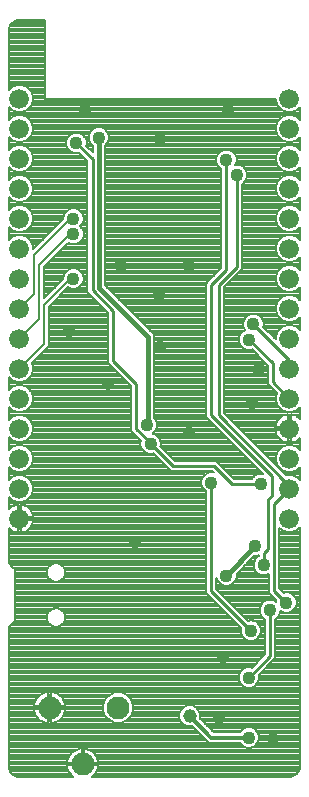
<source format=gbl>
G75*
%MOIN*%
%OFA0B0*%
%FSLAX25Y25*%
%IPPOS*%
%LPD*%
%AMOC8*
5,1,8,0,0,1.08239X$1,22.5*
%
%ADD10C,0.06600*%
%ADD11C,0.07677*%
%ADD12C,0.04362*%
%ADD13C,0.04165*%
%ADD14C,0.00800*%
%ADD15C,0.01600*%
%ADD16C,0.01000*%
%ADD17C,0.01200*%
%ADD18C,0.04559*%
D10*
X0026095Y0096400D03*
X0026095Y0106400D03*
X0026095Y0116400D03*
X0026095Y0126400D03*
X0026095Y0136400D03*
X0026095Y0146400D03*
X0026095Y0156400D03*
X0026095Y0166400D03*
X0026095Y0176400D03*
X0026095Y0186400D03*
X0026095Y0196400D03*
X0026095Y0206400D03*
X0026095Y0216400D03*
X0026095Y0226400D03*
X0026095Y0236400D03*
X0116095Y0236400D03*
X0116095Y0226400D03*
X0116095Y0216400D03*
X0116095Y0206400D03*
X0116095Y0196400D03*
X0116095Y0186400D03*
X0116095Y0176400D03*
X0116095Y0166400D03*
X0116095Y0156400D03*
X0116095Y0146400D03*
X0116095Y0136400D03*
X0116095Y0126400D03*
X0116095Y0116400D03*
X0116095Y0106400D03*
X0116095Y0096400D03*
D11*
X0059032Y0033400D03*
X0047221Y0014502D03*
X0036198Y0033400D03*
D12*
X0064620Y0088525D03*
X0069845Y0121400D03*
X0068595Y0127650D03*
X0072820Y0153550D03*
X0072595Y0170900D03*
X0082595Y0180900D03*
X0098595Y0210900D03*
X0095095Y0215900D03*
X0095595Y0232400D03*
X0073095Y0222900D03*
X0052595Y0223400D03*
X0048095Y0232400D03*
X0045095Y0221585D03*
X0044095Y0196400D03*
X0044095Y0191238D03*
X0044095Y0176400D03*
X0042595Y0158900D03*
X0060095Y0180900D03*
X0082745Y0124775D03*
X0090095Y0108400D03*
X0103595Y0134900D03*
X0105995Y0145900D03*
X0102595Y0156062D03*
X0104114Y0161224D03*
X0106595Y0107900D03*
X0104696Y0087400D03*
X0107595Y0080900D03*
X0115095Y0068400D03*
X0109661Y0065900D03*
X0103252Y0059057D03*
X0102595Y0043400D03*
X0093995Y0050400D03*
X0095095Y0077400D03*
X0102595Y0023400D03*
D13*
X0110595Y0022900D03*
X0092595Y0029900D03*
X0055545Y0141400D03*
D14*
X0022564Y0013198D02*
X0023102Y0011900D01*
X0024095Y0010907D01*
X0025393Y0010369D01*
X0026095Y0010300D01*
X0044093Y0010300D01*
X0043808Y0010507D01*
X0043225Y0011090D01*
X0042741Y0011757D01*
X0042366Y0012491D01*
X0042112Y0013276D01*
X0041983Y0014090D01*
X0041983Y0014102D01*
X0046821Y0014102D01*
X0046821Y0014902D01*
X0041983Y0014902D01*
X0041983Y0014915D01*
X0042112Y0015729D01*
X0042366Y0016513D01*
X0042741Y0017248D01*
X0043225Y0017915D01*
X0043808Y0018498D01*
X0044476Y0018983D01*
X0045210Y0019357D01*
X0045994Y0019612D01*
X0046809Y0019741D01*
X0046821Y0019741D01*
X0046821Y0014902D01*
X0047621Y0014902D01*
X0052460Y0014902D01*
X0052460Y0014915D01*
X0052331Y0015729D01*
X0052076Y0016513D01*
X0051702Y0017248D01*
X0051217Y0017915D01*
X0050634Y0018498D01*
X0049967Y0018983D01*
X0049232Y0019357D01*
X0048448Y0019612D01*
X0047633Y0019741D01*
X0047621Y0019741D01*
X0047621Y0014902D01*
X0047621Y0014102D01*
X0052460Y0014102D01*
X0052460Y0014090D01*
X0052331Y0013276D01*
X0052076Y0012491D01*
X0051702Y0011757D01*
X0051217Y0011090D01*
X0050634Y0010507D01*
X0050349Y0010300D01*
X0116095Y0010300D01*
X0116797Y0010369D01*
X0118095Y0010907D01*
X0119088Y0011900D01*
X0119626Y0013198D01*
X0119695Y0013900D01*
X0119695Y0093636D01*
X0118644Y0092585D01*
X0116990Y0091900D01*
X0115200Y0091900D01*
X0113546Y0092585D01*
X0112795Y0093336D01*
X0112795Y0073104D01*
X0114207Y0071692D01*
X0114423Y0071781D01*
X0115768Y0071781D01*
X0117010Y0071266D01*
X0117961Y0070315D01*
X0118476Y0069073D01*
X0118476Y0067727D01*
X0117961Y0066485D01*
X0117010Y0065534D01*
X0115768Y0065019D01*
X0114423Y0065019D01*
X0113180Y0065534D01*
X0113042Y0065671D01*
X0113042Y0065227D01*
X0112528Y0063985D01*
X0111577Y0063034D01*
X0111361Y0062944D01*
X0111361Y0049762D01*
X0110365Y0048766D01*
X0105887Y0044288D01*
X0105976Y0044073D01*
X0105976Y0042727D01*
X0105461Y0041485D01*
X0104510Y0040534D01*
X0103268Y0040019D01*
X0101923Y0040019D01*
X0100680Y0040534D01*
X0099729Y0041485D01*
X0099214Y0042727D01*
X0099214Y0044073D01*
X0099729Y0045315D01*
X0100680Y0046266D01*
X0101923Y0046781D01*
X0103268Y0046781D01*
X0103483Y0046692D01*
X0107961Y0051170D01*
X0107961Y0062944D01*
X0107746Y0063034D01*
X0106795Y0063985D01*
X0106280Y0065227D01*
X0106280Y0066573D01*
X0106795Y0067815D01*
X0107746Y0068766D01*
X0108989Y0069281D01*
X0110334Y0069281D01*
X0111577Y0068766D01*
X0111714Y0068629D01*
X0111714Y0069073D01*
X0111803Y0069288D01*
X0110391Y0070700D01*
X0109395Y0071696D01*
X0109395Y0077986D01*
X0108268Y0077519D01*
X0106923Y0077519D01*
X0105680Y0078034D01*
X0104729Y0078985D01*
X0104214Y0080227D01*
X0104214Y0081573D01*
X0104729Y0082815D01*
X0105680Y0083766D01*
X0105895Y0083855D01*
X0105895Y0084237D01*
X0105369Y0084019D01*
X0104223Y0084019D01*
X0098476Y0078034D01*
X0098476Y0076727D01*
X0097961Y0075485D01*
X0097010Y0074534D01*
X0095768Y0074019D01*
X0094423Y0074019D01*
X0093180Y0074534D01*
X0092229Y0075485D01*
X0091795Y0076532D01*
X0091795Y0072919D01*
X0102365Y0062349D01*
X0102580Y0062438D01*
X0103925Y0062438D01*
X0105168Y0061924D01*
X0106119Y0060972D01*
X0106633Y0059730D01*
X0106633Y0058385D01*
X0106119Y0057142D01*
X0105168Y0056191D01*
X0103925Y0055676D01*
X0102580Y0055676D01*
X0101337Y0056191D01*
X0100386Y0057142D01*
X0099871Y0058385D01*
X0099871Y0059730D01*
X0099960Y0059945D01*
X0088395Y0071510D01*
X0088395Y0105444D01*
X0088180Y0105534D01*
X0087229Y0106485D01*
X0086714Y0107727D01*
X0086714Y0109073D01*
X0087229Y0110315D01*
X0088180Y0111266D01*
X0089423Y0111781D01*
X0090768Y0111781D01*
X0090840Y0111751D01*
X0090391Y0112200D01*
X0076641Y0112200D01*
X0075645Y0113196D01*
X0070733Y0118108D01*
X0070518Y0118019D01*
X0069173Y0118019D01*
X0067930Y0118534D01*
X0066979Y0119485D01*
X0066464Y0120727D01*
X0066464Y0122073D01*
X0066576Y0122342D01*
X0064410Y0124508D01*
X0063414Y0125504D01*
X0063414Y0140427D01*
X0056641Y0147200D01*
X0055645Y0148196D01*
X0055645Y0164976D01*
X0048795Y0171826D01*
X0048795Y0215481D01*
X0045983Y0218293D01*
X0045768Y0218204D01*
X0044423Y0218204D01*
X0043180Y0218719D01*
X0042229Y0219670D01*
X0041714Y0220912D01*
X0041714Y0222258D01*
X0042229Y0223500D01*
X0043180Y0224451D01*
X0044423Y0224966D01*
X0045768Y0224966D01*
X0047010Y0224451D01*
X0047961Y0223500D01*
X0048476Y0222258D01*
X0048476Y0220912D01*
X0048387Y0220697D01*
X0050595Y0218489D01*
X0050595Y0220618D01*
X0049729Y0221485D01*
X0049214Y0222727D01*
X0049214Y0224073D01*
X0049729Y0225315D01*
X0050680Y0226266D01*
X0051923Y0226781D01*
X0053268Y0226781D01*
X0054510Y0226266D01*
X0055461Y0225315D01*
X0055976Y0224073D01*
X0055976Y0222727D01*
X0055461Y0221485D01*
X0054595Y0220618D01*
X0054595Y0174228D01*
X0069867Y0158956D01*
X0071039Y0157785D01*
X0071039Y0129988D01*
X0071461Y0129565D01*
X0071976Y0128323D01*
X0071976Y0126977D01*
X0071461Y0125735D01*
X0070510Y0124784D01*
X0070504Y0124781D01*
X0070518Y0124781D01*
X0071760Y0124266D01*
X0072711Y0123315D01*
X0073226Y0122073D01*
X0073226Y0120727D01*
X0073137Y0120512D01*
X0078049Y0115600D01*
X0091799Y0115600D01*
X0092795Y0114604D01*
X0097799Y0109600D01*
X0103640Y0109600D01*
X0103729Y0109815D01*
X0104680Y0110766D01*
X0105923Y0111281D01*
X0107264Y0111281D01*
X0088395Y0130150D01*
X0088395Y0174904D01*
X0093414Y0179923D01*
X0093414Y0212937D01*
X0093180Y0213034D01*
X0092229Y0213985D01*
X0091714Y0215227D01*
X0091714Y0216573D01*
X0092229Y0217815D01*
X0093180Y0218766D01*
X0094423Y0219281D01*
X0095768Y0219281D01*
X0097010Y0218766D01*
X0097961Y0217815D01*
X0098476Y0216573D01*
X0098476Y0215227D01*
X0098084Y0214281D01*
X0099268Y0214281D01*
X0100510Y0213766D01*
X0101461Y0212815D01*
X0101976Y0211573D01*
X0101976Y0210227D01*
X0101461Y0208985D01*
X0100510Y0208034D01*
X0100295Y0207944D01*
X0100295Y0179450D01*
X0099299Y0178454D01*
X0094295Y0173450D01*
X0094295Y0131604D01*
X0115058Y0110841D01*
X0115200Y0110900D01*
X0116990Y0110900D01*
X0118644Y0110215D01*
X0119695Y0109164D01*
X0119695Y0113636D01*
X0118644Y0112585D01*
X0116990Y0111900D01*
X0115200Y0111900D01*
X0113546Y0112585D01*
X0112280Y0113851D01*
X0111595Y0115505D01*
X0111595Y0117295D01*
X0112280Y0118949D01*
X0113546Y0120215D01*
X0115200Y0120900D01*
X0116990Y0120900D01*
X0118644Y0120215D01*
X0119695Y0119164D01*
X0119695Y0123359D01*
X0119680Y0123338D01*
X0119157Y0122815D01*
X0118558Y0122380D01*
X0117899Y0122044D01*
X0117196Y0121816D01*
X0116495Y0121705D01*
X0116495Y0126000D01*
X0115695Y0126000D01*
X0111400Y0126000D01*
X0111511Y0125299D01*
X0111739Y0124596D01*
X0112075Y0123937D01*
X0112510Y0123338D01*
X0113033Y0122815D01*
X0113632Y0122380D01*
X0114291Y0122044D01*
X0114995Y0121816D01*
X0115695Y0121705D01*
X0115695Y0126000D01*
X0115695Y0126800D01*
X0111400Y0126800D01*
X0111511Y0127501D01*
X0111739Y0128204D01*
X0112075Y0128863D01*
X0112510Y0129462D01*
X0113033Y0129985D01*
X0113632Y0130420D01*
X0114291Y0130756D01*
X0114995Y0130984D01*
X0115695Y0131095D01*
X0115695Y0126800D01*
X0116495Y0126800D01*
X0116495Y0131095D01*
X0117196Y0130984D01*
X0117899Y0130756D01*
X0118558Y0130420D01*
X0119157Y0129985D01*
X0119680Y0129462D01*
X0119695Y0129441D01*
X0119695Y0133636D01*
X0118644Y0132585D01*
X0116990Y0131900D01*
X0115200Y0131900D01*
X0113546Y0132585D01*
X0112280Y0133851D01*
X0111595Y0135505D01*
X0111595Y0137295D01*
X0111947Y0138144D01*
X0109872Y0140219D01*
X0108876Y0141215D01*
X0108876Y0147377D01*
X0103483Y0152770D01*
X0103268Y0152681D01*
X0101923Y0152681D01*
X0100680Y0153196D01*
X0099729Y0154147D01*
X0099214Y0155390D01*
X0099214Y0156735D01*
X0099729Y0157977D01*
X0100680Y0158929D01*
X0101351Y0159206D01*
X0101248Y0159309D01*
X0100733Y0160552D01*
X0100733Y0161897D01*
X0101248Y0163140D01*
X0102199Y0164091D01*
X0103441Y0164605D01*
X0104787Y0164605D01*
X0106029Y0164091D01*
X0106980Y0163140D01*
X0107495Y0161897D01*
X0107495Y0160552D01*
X0107406Y0160337D01*
X0111595Y0156147D01*
X0111595Y0157295D01*
X0112280Y0158949D01*
X0113546Y0160215D01*
X0115200Y0160900D01*
X0116990Y0160900D01*
X0118644Y0160215D01*
X0119695Y0159164D01*
X0119695Y0163636D01*
X0118644Y0162585D01*
X0116990Y0161900D01*
X0115200Y0161900D01*
X0113546Y0162585D01*
X0112280Y0163851D01*
X0111595Y0165505D01*
X0111595Y0167295D01*
X0112280Y0168949D01*
X0113546Y0170215D01*
X0115200Y0170900D01*
X0116990Y0170900D01*
X0118644Y0170215D01*
X0119695Y0169164D01*
X0119695Y0173636D01*
X0118644Y0172585D01*
X0116990Y0171900D01*
X0115200Y0171900D01*
X0113546Y0172585D01*
X0112280Y0173851D01*
X0111595Y0175505D01*
X0111595Y0177295D01*
X0112280Y0178949D01*
X0113546Y0180215D01*
X0115200Y0180900D01*
X0116990Y0180900D01*
X0118644Y0180215D01*
X0119695Y0179164D01*
X0119695Y0183636D01*
X0118644Y0182585D01*
X0116990Y0181900D01*
X0115200Y0181900D01*
X0113546Y0182585D01*
X0112280Y0183851D01*
X0111595Y0185505D01*
X0111595Y0187295D01*
X0112280Y0188949D01*
X0113546Y0190215D01*
X0115200Y0190900D01*
X0116990Y0190900D01*
X0118644Y0190215D01*
X0119695Y0189164D01*
X0119695Y0193636D01*
X0118644Y0192585D01*
X0116990Y0191900D01*
X0115200Y0191900D01*
X0113546Y0192585D01*
X0112280Y0193851D01*
X0111595Y0195505D01*
X0111595Y0197295D01*
X0112280Y0198949D01*
X0113546Y0200215D01*
X0115200Y0200900D01*
X0116990Y0200900D01*
X0118644Y0200215D01*
X0119695Y0199164D01*
X0119695Y0203636D01*
X0118644Y0202585D01*
X0116990Y0201900D01*
X0115200Y0201900D01*
X0113546Y0202585D01*
X0112280Y0203851D01*
X0111595Y0205505D01*
X0111595Y0207295D01*
X0112280Y0208949D01*
X0113546Y0210215D01*
X0115200Y0210900D01*
X0116990Y0210900D01*
X0118644Y0210215D01*
X0119695Y0209164D01*
X0119695Y0213636D01*
X0118644Y0212585D01*
X0116990Y0211900D01*
X0115200Y0211900D01*
X0113546Y0212585D01*
X0112280Y0213851D01*
X0111595Y0215505D01*
X0111595Y0217295D01*
X0112280Y0218949D01*
X0113546Y0220215D01*
X0115200Y0220900D01*
X0116990Y0220900D01*
X0118644Y0220215D01*
X0119695Y0219164D01*
X0119695Y0223636D01*
X0118644Y0222585D01*
X0116990Y0221900D01*
X0115200Y0221900D01*
X0113546Y0222585D01*
X0112280Y0223851D01*
X0111595Y0225505D01*
X0111595Y0227295D01*
X0112280Y0228949D01*
X0113546Y0230215D01*
X0115200Y0230900D01*
X0116990Y0230900D01*
X0118644Y0230215D01*
X0119695Y0229164D01*
X0119695Y0233636D01*
X0118644Y0232585D01*
X0116990Y0231900D01*
X0115200Y0231900D01*
X0113546Y0232585D01*
X0112280Y0233851D01*
X0111595Y0235505D01*
X0111595Y0236400D01*
X0034695Y0236400D01*
X0034695Y0262500D01*
X0026095Y0262500D01*
X0025393Y0262431D01*
X0024095Y0261893D01*
X0023102Y0260900D01*
X0022564Y0259602D01*
X0022495Y0258900D01*
X0022495Y0239164D01*
X0023546Y0240215D01*
X0025200Y0240900D01*
X0026990Y0240900D01*
X0028644Y0240215D01*
X0029910Y0238949D01*
X0030595Y0237295D01*
X0030595Y0235505D01*
X0029910Y0233851D01*
X0028644Y0232585D01*
X0026990Y0231900D01*
X0025200Y0231900D01*
X0023546Y0232585D01*
X0022495Y0233636D01*
X0022495Y0229164D01*
X0023546Y0230215D01*
X0025200Y0230900D01*
X0026990Y0230900D01*
X0028644Y0230215D01*
X0029910Y0228949D01*
X0030595Y0227295D01*
X0030595Y0225505D01*
X0029910Y0223851D01*
X0028644Y0222585D01*
X0026990Y0221900D01*
X0025200Y0221900D01*
X0023546Y0222585D01*
X0022495Y0223636D01*
X0022495Y0219164D01*
X0023546Y0220215D01*
X0025200Y0220900D01*
X0026990Y0220900D01*
X0028644Y0220215D01*
X0029910Y0218949D01*
X0030595Y0217295D01*
X0030595Y0215505D01*
X0029910Y0213851D01*
X0028644Y0212585D01*
X0026990Y0211900D01*
X0025200Y0211900D01*
X0023546Y0212585D01*
X0022495Y0213636D01*
X0022495Y0209164D01*
X0023546Y0210215D01*
X0025200Y0210900D01*
X0026990Y0210900D01*
X0028644Y0210215D01*
X0029910Y0208949D01*
X0030595Y0207295D01*
X0030595Y0205505D01*
X0029910Y0203851D01*
X0028644Y0202585D01*
X0026990Y0201900D01*
X0025200Y0201900D01*
X0023546Y0202585D01*
X0022495Y0203636D01*
X0022495Y0199164D01*
X0023546Y0200215D01*
X0025200Y0200900D01*
X0026990Y0200900D01*
X0028644Y0200215D01*
X0029910Y0198949D01*
X0030595Y0197295D01*
X0030595Y0195505D01*
X0029910Y0193851D01*
X0028644Y0192585D01*
X0026990Y0191900D01*
X0025200Y0191900D01*
X0023546Y0192585D01*
X0022495Y0193636D01*
X0022495Y0189164D01*
X0023546Y0190215D01*
X0025200Y0190900D01*
X0026990Y0190900D01*
X0028644Y0190215D01*
X0029910Y0188949D01*
X0030595Y0187295D01*
X0030595Y0186147D01*
X0040714Y0196266D01*
X0040714Y0197073D01*
X0041229Y0198315D01*
X0042180Y0199266D01*
X0043423Y0199781D01*
X0044768Y0199781D01*
X0046010Y0199266D01*
X0046961Y0198315D01*
X0047476Y0197073D01*
X0047476Y0195727D01*
X0046961Y0194485D01*
X0046296Y0193819D01*
X0046961Y0193153D01*
X0047476Y0191910D01*
X0047476Y0190565D01*
X0046961Y0189323D01*
X0046010Y0188371D01*
X0044768Y0187857D01*
X0043423Y0187857D01*
X0042400Y0188280D01*
X0034295Y0180175D01*
X0034295Y0169863D01*
X0040714Y0176282D01*
X0040714Y0177073D01*
X0041229Y0178315D01*
X0042180Y0179266D01*
X0043423Y0179781D01*
X0044768Y0179781D01*
X0046010Y0179266D01*
X0046961Y0178315D01*
X0047476Y0177073D01*
X0047476Y0175727D01*
X0046961Y0174485D01*
X0046010Y0173534D01*
X0044768Y0173019D01*
X0043423Y0173019D01*
X0042400Y0173442D01*
X0035895Y0166937D01*
X0035895Y0153937D01*
X0030202Y0148244D01*
X0030595Y0147295D01*
X0030595Y0145505D01*
X0029910Y0143851D01*
X0028644Y0142585D01*
X0026990Y0141900D01*
X0025200Y0141900D01*
X0023546Y0142585D01*
X0022495Y0143636D01*
X0022495Y0139164D01*
X0023546Y0140215D01*
X0025200Y0140900D01*
X0026990Y0140900D01*
X0028644Y0140215D01*
X0029910Y0138949D01*
X0030595Y0137295D01*
X0030595Y0135505D01*
X0029910Y0133851D01*
X0028644Y0132585D01*
X0026990Y0131900D01*
X0025200Y0131900D01*
X0023546Y0132585D01*
X0022495Y0133636D01*
X0022495Y0129164D01*
X0023546Y0130215D01*
X0025200Y0130900D01*
X0026990Y0130900D01*
X0028644Y0130215D01*
X0029910Y0128949D01*
X0030595Y0127295D01*
X0030595Y0125505D01*
X0029910Y0123851D01*
X0028644Y0122585D01*
X0026990Y0121900D01*
X0025200Y0121900D01*
X0023546Y0122585D01*
X0022495Y0123636D01*
X0022495Y0119164D01*
X0023546Y0120215D01*
X0025200Y0120900D01*
X0026990Y0120900D01*
X0028644Y0120215D01*
X0029910Y0118949D01*
X0030595Y0117295D01*
X0030595Y0115505D01*
X0029910Y0113851D01*
X0028644Y0112585D01*
X0026990Y0111900D01*
X0025200Y0111900D01*
X0023546Y0112585D01*
X0022495Y0113636D01*
X0022495Y0109164D01*
X0023546Y0110215D01*
X0025200Y0110900D01*
X0026990Y0110900D01*
X0028644Y0110215D01*
X0029910Y0108949D01*
X0030595Y0107295D01*
X0030595Y0105505D01*
X0029910Y0103851D01*
X0028644Y0102585D01*
X0026990Y0101900D01*
X0025200Y0101900D01*
X0023546Y0102585D01*
X0022495Y0103636D01*
X0022495Y0099441D01*
X0022510Y0099462D01*
X0023033Y0099985D01*
X0023632Y0100420D01*
X0024291Y0100756D01*
X0024995Y0100984D01*
X0025695Y0101095D01*
X0025695Y0096800D01*
X0026495Y0096800D01*
X0026495Y0101095D01*
X0027196Y0100984D01*
X0027899Y0100756D01*
X0028558Y0100420D01*
X0029157Y0099985D01*
X0029680Y0099462D01*
X0030115Y0098863D01*
X0030451Y0098204D01*
X0030679Y0097501D01*
X0030790Y0096800D01*
X0026495Y0096800D01*
X0026495Y0096000D01*
X0026495Y0091705D01*
X0027196Y0091816D01*
X0027899Y0092044D01*
X0028558Y0092380D01*
X0029157Y0092815D01*
X0029680Y0093338D01*
X0030115Y0093937D01*
X0030451Y0094596D01*
X0030679Y0095299D01*
X0030790Y0096000D01*
X0026495Y0096000D01*
X0025695Y0096000D01*
X0025695Y0091705D01*
X0024995Y0091816D01*
X0024291Y0092044D01*
X0023632Y0092380D01*
X0023033Y0092815D01*
X0022510Y0093338D01*
X0022495Y0093359D01*
X0022495Y0081480D01*
X0023675Y0080300D01*
X0023675Y0080300D01*
X0024495Y0079480D01*
X0024495Y0062320D01*
X0022495Y0060320D01*
X0022495Y0013900D01*
X0022564Y0013198D01*
X0022691Y0012893D02*
X0042236Y0012893D01*
X0042046Y0013691D02*
X0022516Y0013691D01*
X0022495Y0014490D02*
X0046821Y0014490D01*
X0046821Y0015288D02*
X0047621Y0015288D01*
X0047621Y0014490D02*
X0119695Y0014490D01*
X0119695Y0015288D02*
X0052401Y0015288D01*
X0052215Y0016087D02*
X0119695Y0016087D01*
X0119695Y0016885D02*
X0051886Y0016885D01*
X0051385Y0017684D02*
X0119695Y0017684D01*
X0119695Y0018482D02*
X0050650Y0018482D01*
X0049382Y0019281D02*
X0119695Y0019281D01*
X0119695Y0020079D02*
X0103413Y0020079D01*
X0103268Y0020019D02*
X0104510Y0020534D01*
X0105461Y0021485D01*
X0105976Y0022727D01*
X0105976Y0024073D01*
X0105461Y0025315D01*
X0104510Y0026266D01*
X0103268Y0026781D01*
X0101923Y0026781D01*
X0100680Y0026266D01*
X0099729Y0025315D01*
X0099681Y0025200D01*
X0090841Y0025200D01*
X0086254Y0029787D01*
X0086325Y0029958D01*
X0086325Y0031342D01*
X0085795Y0032621D01*
X0084816Y0033600D01*
X0083537Y0034130D01*
X0082153Y0034130D01*
X0080874Y0033600D01*
X0079895Y0032621D01*
X0079366Y0031342D01*
X0079366Y0029958D01*
X0079895Y0028679D01*
X0080874Y0027700D01*
X0082153Y0027170D01*
X0083537Y0027170D01*
X0083708Y0027241D01*
X0088295Y0022654D01*
X0089350Y0021600D01*
X0099681Y0021600D01*
X0099729Y0021485D01*
X0100680Y0020534D01*
X0101923Y0020019D01*
X0103268Y0020019D01*
X0101777Y0020079D02*
X0022495Y0020079D01*
X0022495Y0019281D02*
X0045060Y0019281D01*
X0043792Y0018482D02*
X0022495Y0018482D01*
X0022495Y0017684D02*
X0043057Y0017684D01*
X0042556Y0016885D02*
X0022495Y0016885D01*
X0022495Y0016087D02*
X0042228Y0016087D01*
X0042042Y0015288D02*
X0022495Y0015288D01*
X0023021Y0012094D02*
X0042569Y0012094D01*
X0043076Y0011296D02*
X0023706Y0011296D01*
X0025084Y0010497D02*
X0043822Y0010497D01*
X0046821Y0016087D02*
X0047621Y0016087D01*
X0047621Y0016885D02*
X0046821Y0016885D01*
X0046821Y0017684D02*
X0047621Y0017684D01*
X0047621Y0018482D02*
X0046821Y0018482D01*
X0046821Y0019281D02*
X0047621Y0019281D01*
X0052396Y0013691D02*
X0119675Y0013691D01*
X0119500Y0012893D02*
X0052206Y0012893D01*
X0051873Y0012094D02*
X0119169Y0012094D01*
X0118484Y0011296D02*
X0051366Y0011296D01*
X0050621Y0010497D02*
X0117106Y0010497D01*
X0119695Y0020878D02*
X0104854Y0020878D01*
X0105541Y0021676D02*
X0119695Y0021676D01*
X0119695Y0022475D02*
X0105872Y0022475D01*
X0105976Y0023273D02*
X0119695Y0023273D01*
X0119695Y0024072D02*
X0105976Y0024072D01*
X0105646Y0024870D02*
X0119695Y0024870D01*
X0119695Y0025669D02*
X0105108Y0025669D01*
X0104025Y0026467D02*
X0119695Y0026467D01*
X0119695Y0027266D02*
X0088775Y0027266D01*
X0087976Y0028064D02*
X0119695Y0028064D01*
X0119695Y0028863D02*
X0087178Y0028863D01*
X0086379Y0029661D02*
X0119695Y0029661D01*
X0119695Y0030460D02*
X0086325Y0030460D01*
X0086325Y0031258D02*
X0119695Y0031258D01*
X0119695Y0032057D02*
X0086029Y0032057D01*
X0085561Y0032855D02*
X0119695Y0032855D01*
X0119695Y0033654D02*
X0084686Y0033654D01*
X0081923Y0027266D02*
X0022495Y0027266D01*
X0022495Y0028064D02*
X0080510Y0028064D01*
X0079819Y0028863D02*
X0061245Y0028863D01*
X0061886Y0029128D02*
X0060034Y0028361D01*
X0058030Y0028361D01*
X0056178Y0029128D01*
X0054761Y0030546D01*
X0053994Y0032398D01*
X0053994Y0034402D01*
X0054761Y0036254D01*
X0056178Y0037671D01*
X0058030Y0038439D01*
X0060034Y0038439D01*
X0061886Y0037671D01*
X0063304Y0036254D01*
X0064071Y0034402D01*
X0064071Y0032398D01*
X0063304Y0030546D01*
X0061886Y0029128D01*
X0062419Y0029661D02*
X0079488Y0029661D01*
X0079366Y0030460D02*
X0063218Y0030460D01*
X0063599Y0031258D02*
X0079366Y0031258D01*
X0079662Y0032057D02*
X0063930Y0032057D01*
X0064071Y0032855D02*
X0080130Y0032855D01*
X0081005Y0033654D02*
X0064071Y0033654D01*
X0064050Y0034452D02*
X0119695Y0034452D01*
X0119695Y0035251D02*
X0063719Y0035251D01*
X0063388Y0036049D02*
X0119695Y0036049D01*
X0119695Y0036848D02*
X0062710Y0036848D01*
X0061911Y0037646D02*
X0119695Y0037646D01*
X0119695Y0038445D02*
X0037623Y0038445D01*
X0037424Y0038510D02*
X0036610Y0038639D01*
X0036597Y0038639D01*
X0036597Y0033800D01*
X0035798Y0033800D01*
X0035798Y0038639D01*
X0035785Y0038639D01*
X0034971Y0038510D01*
X0034187Y0038255D01*
X0033452Y0037880D01*
X0032785Y0037396D01*
X0032202Y0036813D01*
X0031717Y0036146D01*
X0031343Y0035411D01*
X0031088Y0034627D01*
X0030959Y0033812D01*
X0030959Y0033800D01*
X0035797Y0033800D01*
X0035797Y0033000D01*
X0030959Y0033000D01*
X0030959Y0032988D01*
X0031088Y0032173D01*
X0031343Y0031389D01*
X0031717Y0030654D01*
X0032202Y0029987D01*
X0032785Y0029404D01*
X0033452Y0028920D01*
X0034187Y0028545D01*
X0034971Y0028290D01*
X0035785Y0028161D01*
X0035798Y0028161D01*
X0035798Y0033000D01*
X0036597Y0033000D01*
X0036597Y0028161D01*
X0036610Y0028161D01*
X0037424Y0028290D01*
X0038208Y0028545D01*
X0038943Y0028920D01*
X0039610Y0029404D01*
X0040193Y0029987D01*
X0040678Y0030654D01*
X0041052Y0031389D01*
X0041307Y0032173D01*
X0041436Y0032988D01*
X0041436Y0033000D01*
X0036598Y0033000D01*
X0036598Y0033800D01*
X0041436Y0033800D01*
X0041436Y0033812D01*
X0041307Y0034627D01*
X0041052Y0035411D01*
X0040678Y0036146D01*
X0040193Y0036813D01*
X0039610Y0037396D01*
X0038943Y0037880D01*
X0038208Y0038255D01*
X0037424Y0038510D01*
X0036597Y0038445D02*
X0035798Y0038445D01*
X0035798Y0037646D02*
X0036597Y0037646D01*
X0036597Y0036848D02*
X0035798Y0036848D01*
X0035798Y0036049D02*
X0036597Y0036049D01*
X0036597Y0035251D02*
X0035798Y0035251D01*
X0035798Y0034452D02*
X0036597Y0034452D01*
X0036598Y0033654D02*
X0053994Y0033654D01*
X0054014Y0034452D02*
X0041335Y0034452D01*
X0041104Y0035251D02*
X0054345Y0035251D01*
X0054676Y0036049D02*
X0040727Y0036049D01*
X0040158Y0036848D02*
X0055354Y0036848D01*
X0056153Y0037646D02*
X0039265Y0037646D01*
X0041415Y0032855D02*
X0053994Y0032855D01*
X0054135Y0032057D02*
X0041269Y0032057D01*
X0040986Y0031258D02*
X0054466Y0031258D01*
X0054847Y0030460D02*
X0040537Y0030460D01*
X0039867Y0029661D02*
X0055645Y0029661D01*
X0056819Y0028863D02*
X0038832Y0028863D01*
X0036597Y0028863D02*
X0035798Y0028863D01*
X0035798Y0029661D02*
X0036597Y0029661D01*
X0036597Y0030460D02*
X0035798Y0030460D01*
X0035798Y0031258D02*
X0036597Y0031258D01*
X0036597Y0032057D02*
X0035798Y0032057D01*
X0035798Y0032855D02*
X0036597Y0032855D01*
X0035797Y0033654D02*
X0022495Y0033654D01*
X0022495Y0034452D02*
X0031060Y0034452D01*
X0031291Y0035251D02*
X0022495Y0035251D01*
X0022495Y0036049D02*
X0031668Y0036049D01*
X0032237Y0036848D02*
X0022495Y0036848D01*
X0022495Y0037646D02*
X0033130Y0037646D01*
X0034772Y0038445D02*
X0022495Y0038445D01*
X0022495Y0039243D02*
X0119695Y0039243D01*
X0119695Y0040042D02*
X0103323Y0040042D01*
X0101867Y0040042D02*
X0022495Y0040042D01*
X0022495Y0040840D02*
X0100373Y0040840D01*
X0099665Y0041639D02*
X0022495Y0041639D01*
X0022495Y0042437D02*
X0099334Y0042437D01*
X0099214Y0043236D02*
X0022495Y0043236D01*
X0022495Y0044034D02*
X0099214Y0044034D01*
X0099529Y0044833D02*
X0022495Y0044833D01*
X0022495Y0045632D02*
X0100045Y0045632D01*
X0101075Y0046430D02*
X0022495Y0046430D01*
X0022495Y0047229D02*
X0104020Y0047229D01*
X0104818Y0048027D02*
X0022495Y0048027D01*
X0022495Y0048826D02*
X0105617Y0048826D01*
X0106415Y0049624D02*
X0022495Y0049624D01*
X0022495Y0050423D02*
X0107214Y0050423D01*
X0107961Y0051221D02*
X0022495Y0051221D01*
X0022495Y0052020D02*
X0107961Y0052020D01*
X0107961Y0052818D02*
X0022495Y0052818D01*
X0022495Y0053617D02*
X0107961Y0053617D01*
X0107961Y0054415D02*
X0022495Y0054415D01*
X0022495Y0055214D02*
X0107961Y0055214D01*
X0107961Y0056012D02*
X0104736Y0056012D01*
X0105787Y0056811D02*
X0107961Y0056811D01*
X0107961Y0057609D02*
X0106312Y0057609D01*
X0106633Y0058408D02*
X0107961Y0058408D01*
X0107961Y0059206D02*
X0106633Y0059206D01*
X0106520Y0060005D02*
X0107961Y0060005D01*
X0107961Y0060803D02*
X0106189Y0060803D01*
X0105489Y0061602D02*
X0107961Y0061602D01*
X0107961Y0062400D02*
X0104017Y0062400D01*
X0102488Y0062400D02*
X0102313Y0062400D01*
X0101515Y0063199D02*
X0107581Y0063199D01*
X0106790Y0063997D02*
X0100716Y0063997D01*
X0099918Y0064796D02*
X0106459Y0064796D01*
X0106280Y0065594D02*
X0099119Y0065594D01*
X0098321Y0066393D02*
X0106280Y0066393D01*
X0106536Y0067191D02*
X0097522Y0067191D01*
X0096724Y0067990D02*
X0106970Y0067990D01*
X0107799Y0068788D02*
X0095925Y0068788D01*
X0095127Y0069587D02*
X0111504Y0069587D01*
X0111523Y0068788D02*
X0111714Y0068788D01*
X0110706Y0070385D02*
X0094328Y0070385D01*
X0093530Y0071184D02*
X0109907Y0071184D01*
X0109395Y0071982D02*
X0092731Y0071982D01*
X0091933Y0072781D02*
X0109395Y0072781D01*
X0109395Y0073579D02*
X0091795Y0073579D01*
X0091795Y0074378D02*
X0093556Y0074378D01*
X0092537Y0075176D02*
X0091795Y0075176D01*
X0091795Y0075975D02*
X0092026Y0075975D01*
X0088395Y0075975D02*
X0040297Y0075975D01*
X0040097Y0075775D02*
X0040962Y0076639D01*
X0041430Y0077769D01*
X0041430Y0078992D01*
X0040962Y0080121D01*
X0040097Y0080986D01*
X0038968Y0081454D01*
X0037745Y0081454D01*
X0036616Y0080986D01*
X0035751Y0080121D01*
X0035283Y0078992D01*
X0035283Y0077769D01*
X0035751Y0076639D01*
X0036616Y0075775D01*
X0037745Y0075307D01*
X0038968Y0075307D01*
X0040097Y0075775D01*
X0041017Y0076773D02*
X0088395Y0076773D01*
X0088395Y0077572D02*
X0041348Y0077572D01*
X0041430Y0078370D02*
X0088395Y0078370D01*
X0088395Y0079169D02*
X0041356Y0079169D01*
X0041026Y0079968D02*
X0088395Y0079968D01*
X0088395Y0080766D02*
X0040317Y0080766D01*
X0036416Y0075975D02*
X0024495Y0075975D01*
X0024495Y0076773D02*
X0035696Y0076773D01*
X0035365Y0077572D02*
X0024495Y0077572D01*
X0024495Y0078370D02*
X0035283Y0078370D01*
X0035357Y0079169D02*
X0024495Y0079169D01*
X0024008Y0079968D02*
X0035688Y0079968D01*
X0036396Y0080766D02*
X0023209Y0080766D01*
X0022495Y0081565D02*
X0088395Y0081565D01*
X0088395Y0082363D02*
X0022495Y0082363D01*
X0022495Y0083162D02*
X0088395Y0083162D01*
X0088395Y0083960D02*
X0022495Y0083960D01*
X0022495Y0084759D02*
X0088395Y0084759D01*
X0088395Y0085557D02*
X0022495Y0085557D01*
X0022495Y0086356D02*
X0088395Y0086356D01*
X0088395Y0087154D02*
X0022495Y0087154D01*
X0022495Y0087953D02*
X0088395Y0087953D01*
X0088395Y0088751D02*
X0022495Y0088751D01*
X0022495Y0089550D02*
X0088395Y0089550D01*
X0088395Y0090348D02*
X0022495Y0090348D01*
X0022495Y0091147D02*
X0088395Y0091147D01*
X0088395Y0091945D02*
X0027594Y0091945D01*
X0026495Y0091945D02*
X0025695Y0091945D01*
X0025695Y0092744D02*
X0026495Y0092744D01*
X0026495Y0093542D02*
X0025695Y0093542D01*
X0025695Y0094341D02*
X0026495Y0094341D01*
X0026495Y0095139D02*
X0025695Y0095139D01*
X0025695Y0095938D02*
X0026495Y0095938D01*
X0026495Y0096736D02*
X0088395Y0096736D01*
X0088395Y0095938D02*
X0030780Y0095938D01*
X0030627Y0095139D02*
X0088395Y0095139D01*
X0088395Y0094341D02*
X0030321Y0094341D01*
X0029828Y0093542D02*
X0088395Y0093542D01*
X0088395Y0092744D02*
X0029059Y0092744D01*
X0030668Y0097535D02*
X0088395Y0097535D01*
X0088395Y0098333D02*
X0030385Y0098333D01*
X0029920Y0099132D02*
X0088395Y0099132D01*
X0088395Y0099930D02*
X0029212Y0099930D01*
X0027952Y0100729D02*
X0088395Y0100729D01*
X0088395Y0101527D02*
X0022495Y0101527D01*
X0022495Y0100729D02*
X0024238Y0100729D01*
X0025695Y0100729D02*
X0026495Y0100729D01*
X0026495Y0099930D02*
X0025695Y0099930D01*
X0025695Y0099132D02*
X0026495Y0099132D01*
X0026495Y0098333D02*
X0025695Y0098333D01*
X0025695Y0097535D02*
X0026495Y0097535D01*
X0024596Y0091945D02*
X0022495Y0091945D01*
X0022495Y0092744D02*
X0023131Y0092744D01*
X0022979Y0099930D02*
X0022495Y0099930D01*
X0022495Y0102326D02*
X0024172Y0102326D01*
X0023007Y0103124D02*
X0022495Y0103124D01*
X0022495Y0109512D02*
X0022844Y0109512D01*
X0022495Y0110311D02*
X0023778Y0110311D01*
X0022495Y0111109D02*
X0088023Y0111109D01*
X0087227Y0110311D02*
X0028412Y0110311D01*
X0029347Y0109512D02*
X0086896Y0109512D01*
X0086714Y0108714D02*
X0030007Y0108714D01*
X0030338Y0107915D02*
X0086714Y0107915D01*
X0086967Y0107117D02*
X0030595Y0107117D01*
X0030595Y0106318D02*
X0087395Y0106318D01*
X0088213Y0105520D02*
X0030595Y0105520D01*
X0030271Y0104721D02*
X0088395Y0104721D01*
X0088395Y0103923D02*
X0029940Y0103923D01*
X0029183Y0103124D02*
X0088395Y0103124D01*
X0088395Y0102326D02*
X0028018Y0102326D01*
X0027009Y0111908D02*
X0090683Y0111908D01*
X0093096Y0114303D02*
X0104242Y0114303D01*
X0105040Y0113505D02*
X0093894Y0113505D01*
X0094693Y0112706D02*
X0105839Y0112706D01*
X0106637Y0111908D02*
X0095491Y0111908D01*
X0096290Y0111109D02*
X0105508Y0111109D01*
X0104224Y0110311D02*
X0097088Y0110311D01*
X0101846Y0116699D02*
X0076950Y0116699D01*
X0076152Y0117498D02*
X0101048Y0117498D01*
X0100249Y0118296D02*
X0075353Y0118296D01*
X0074555Y0119095D02*
X0099451Y0119095D01*
X0098652Y0119893D02*
X0073756Y0119893D01*
X0073211Y0120692D02*
X0097854Y0120692D01*
X0097055Y0121490D02*
X0073226Y0121490D01*
X0073137Y0122289D02*
X0096257Y0122289D01*
X0095458Y0123087D02*
X0072806Y0123087D01*
X0072141Y0123886D02*
X0094660Y0123886D01*
X0093861Y0124684D02*
X0070752Y0124684D01*
X0071209Y0125483D02*
X0093063Y0125483D01*
X0092264Y0126281D02*
X0071688Y0126281D01*
X0071976Y0127080D02*
X0091466Y0127080D01*
X0090667Y0127878D02*
X0071976Y0127878D01*
X0071830Y0128677D02*
X0089869Y0128677D01*
X0089070Y0129475D02*
X0071499Y0129475D01*
X0071039Y0130274D02*
X0088395Y0130274D01*
X0088395Y0131072D02*
X0071039Y0131072D01*
X0071039Y0131871D02*
X0088395Y0131871D01*
X0088395Y0132669D02*
X0071039Y0132669D01*
X0071039Y0133468D02*
X0088395Y0133468D01*
X0088395Y0134266D02*
X0071039Y0134266D01*
X0071039Y0135065D02*
X0088395Y0135065D01*
X0088395Y0135863D02*
X0071039Y0135863D01*
X0071039Y0136662D02*
X0088395Y0136662D01*
X0088395Y0137460D02*
X0071039Y0137460D01*
X0071039Y0138259D02*
X0088395Y0138259D01*
X0088395Y0139057D02*
X0071039Y0139057D01*
X0071039Y0139856D02*
X0088395Y0139856D01*
X0088395Y0140654D02*
X0071039Y0140654D01*
X0071039Y0141453D02*
X0088395Y0141453D01*
X0088395Y0142251D02*
X0071039Y0142251D01*
X0071039Y0143050D02*
X0088395Y0143050D01*
X0088395Y0143848D02*
X0071039Y0143848D01*
X0071039Y0144647D02*
X0088395Y0144647D01*
X0088395Y0145445D02*
X0071039Y0145445D01*
X0071039Y0146244D02*
X0088395Y0146244D01*
X0088395Y0147042D02*
X0071039Y0147042D01*
X0071039Y0147841D02*
X0088395Y0147841D01*
X0088395Y0148639D02*
X0071039Y0148639D01*
X0071039Y0149438D02*
X0088395Y0149438D01*
X0088395Y0150237D02*
X0071039Y0150237D01*
X0071039Y0151035D02*
X0088395Y0151035D01*
X0088395Y0151834D02*
X0071039Y0151834D01*
X0071039Y0152632D02*
X0088395Y0152632D01*
X0088395Y0153431D02*
X0071039Y0153431D01*
X0071039Y0154229D02*
X0088395Y0154229D01*
X0088395Y0155028D02*
X0071039Y0155028D01*
X0071039Y0155826D02*
X0088395Y0155826D01*
X0088395Y0156625D02*
X0071039Y0156625D01*
X0071039Y0157423D02*
X0088395Y0157423D01*
X0088395Y0158222D02*
X0070602Y0158222D01*
X0069803Y0159020D02*
X0088395Y0159020D01*
X0088395Y0159819D02*
X0069005Y0159819D01*
X0068206Y0160617D02*
X0088395Y0160617D01*
X0088395Y0161416D02*
X0067408Y0161416D01*
X0066609Y0162214D02*
X0088395Y0162214D01*
X0088395Y0163013D02*
X0065811Y0163013D01*
X0065012Y0163811D02*
X0088395Y0163811D01*
X0088395Y0164610D02*
X0064214Y0164610D01*
X0063415Y0165408D02*
X0088395Y0165408D01*
X0088395Y0166207D02*
X0062617Y0166207D01*
X0061818Y0167005D02*
X0088395Y0167005D01*
X0088395Y0167804D02*
X0061020Y0167804D01*
X0060221Y0168602D02*
X0088395Y0168602D01*
X0088395Y0169401D02*
X0059423Y0169401D01*
X0058624Y0170199D02*
X0088395Y0170199D01*
X0088395Y0170998D02*
X0057826Y0170998D01*
X0057027Y0171796D02*
X0088395Y0171796D01*
X0088395Y0172595D02*
X0056229Y0172595D01*
X0055430Y0173393D02*
X0088395Y0173393D01*
X0088395Y0174192D02*
X0054632Y0174192D01*
X0054595Y0174990D02*
X0088481Y0174990D01*
X0089280Y0175789D02*
X0054595Y0175789D01*
X0054595Y0176587D02*
X0090078Y0176587D01*
X0090877Y0177386D02*
X0054595Y0177386D01*
X0054595Y0178184D02*
X0091675Y0178184D01*
X0092474Y0178983D02*
X0054595Y0178983D01*
X0054595Y0179781D02*
X0093272Y0179781D01*
X0093414Y0180580D02*
X0054595Y0180580D01*
X0054595Y0181378D02*
X0093414Y0181378D01*
X0093414Y0182177D02*
X0054595Y0182177D01*
X0054595Y0182975D02*
X0093414Y0182975D01*
X0093414Y0183774D02*
X0054595Y0183774D01*
X0054595Y0184572D02*
X0093414Y0184572D01*
X0093414Y0185371D02*
X0054595Y0185371D01*
X0054595Y0186170D02*
X0093414Y0186170D01*
X0093414Y0186968D02*
X0054595Y0186968D01*
X0054595Y0187767D02*
X0093414Y0187767D01*
X0093414Y0188565D02*
X0054595Y0188565D01*
X0054595Y0189364D02*
X0093414Y0189364D01*
X0093414Y0190162D02*
X0054595Y0190162D01*
X0054595Y0190961D02*
X0093414Y0190961D01*
X0093414Y0191759D02*
X0054595Y0191759D01*
X0054595Y0192558D02*
X0093414Y0192558D01*
X0093414Y0193356D02*
X0054595Y0193356D01*
X0054595Y0194155D02*
X0093414Y0194155D01*
X0093414Y0194953D02*
X0054595Y0194953D01*
X0054595Y0195752D02*
X0093414Y0195752D01*
X0093414Y0196550D02*
X0054595Y0196550D01*
X0054595Y0197349D02*
X0093414Y0197349D01*
X0093414Y0198147D02*
X0054595Y0198147D01*
X0054595Y0198946D02*
X0093414Y0198946D01*
X0093414Y0199744D02*
X0054595Y0199744D01*
X0054595Y0200543D02*
X0093414Y0200543D01*
X0093414Y0201341D02*
X0054595Y0201341D01*
X0054595Y0202140D02*
X0093414Y0202140D01*
X0093414Y0202938D02*
X0054595Y0202938D01*
X0054595Y0203737D02*
X0093414Y0203737D01*
X0093414Y0204535D02*
X0054595Y0204535D01*
X0054595Y0205334D02*
X0093414Y0205334D01*
X0093414Y0206132D02*
X0054595Y0206132D01*
X0054595Y0206931D02*
X0093414Y0206931D01*
X0093414Y0207729D02*
X0054595Y0207729D01*
X0054595Y0208528D02*
X0093414Y0208528D01*
X0093414Y0209326D02*
X0054595Y0209326D01*
X0054595Y0210125D02*
X0093414Y0210125D01*
X0093414Y0210923D02*
X0054595Y0210923D01*
X0054595Y0211722D02*
X0093414Y0211722D01*
X0093414Y0212520D02*
X0054595Y0212520D01*
X0054595Y0213319D02*
X0092895Y0213319D01*
X0092174Y0214117D02*
X0054595Y0214117D01*
X0054595Y0214916D02*
X0091843Y0214916D01*
X0091714Y0215714D02*
X0054595Y0215714D01*
X0054595Y0216513D02*
X0091714Y0216513D01*
X0092020Y0217311D02*
X0054595Y0217311D01*
X0054595Y0218110D02*
X0092524Y0218110D01*
X0093523Y0218908D02*
X0054595Y0218908D01*
X0054595Y0219707D02*
X0113038Y0219707D01*
X0112263Y0218908D02*
X0096667Y0218908D01*
X0097667Y0218110D02*
X0111933Y0218110D01*
X0111602Y0217311D02*
X0098170Y0217311D01*
X0098476Y0216513D02*
X0111595Y0216513D01*
X0111595Y0215714D02*
X0098476Y0215714D01*
X0098347Y0214916D02*
X0111839Y0214916D01*
X0112170Y0214117D02*
X0099663Y0214117D01*
X0100958Y0213319D02*
X0112812Y0213319D01*
X0113702Y0212520D02*
X0101584Y0212520D01*
X0101914Y0211722D02*
X0119695Y0211722D01*
X0119695Y0212520D02*
X0118488Y0212520D01*
X0119378Y0213319D02*
X0119695Y0213319D01*
X0119695Y0210923D02*
X0101976Y0210923D01*
X0101934Y0210125D02*
X0113456Y0210125D01*
X0112658Y0209326D02*
X0101603Y0209326D01*
X0101005Y0208528D02*
X0112106Y0208528D01*
X0111775Y0207729D02*
X0100295Y0207729D01*
X0100295Y0206931D02*
X0111595Y0206931D01*
X0111595Y0206132D02*
X0100295Y0206132D01*
X0100295Y0205334D02*
X0111666Y0205334D01*
X0111997Y0204535D02*
X0100295Y0204535D01*
X0100295Y0203737D02*
X0112394Y0203737D01*
X0113193Y0202938D02*
X0100295Y0202938D01*
X0100295Y0202140D02*
X0114621Y0202140D01*
X0114337Y0200543D02*
X0100295Y0200543D01*
X0100295Y0201341D02*
X0119695Y0201341D01*
X0119695Y0200543D02*
X0117853Y0200543D01*
X0119115Y0199744D02*
X0119695Y0199744D01*
X0119695Y0202140D02*
X0117569Y0202140D01*
X0118997Y0202938D02*
X0119695Y0202938D01*
X0119695Y0209326D02*
X0119533Y0209326D01*
X0119695Y0210125D02*
X0118734Y0210125D01*
X0119152Y0219707D02*
X0119695Y0219707D01*
X0119695Y0220505D02*
X0117943Y0220505D01*
X0117479Y0222103D02*
X0119695Y0222103D01*
X0119695Y0222901D02*
X0118960Y0222901D01*
X0119695Y0221304D02*
X0055281Y0221304D01*
X0055717Y0222103D02*
X0114711Y0222103D01*
X0114248Y0220505D02*
X0054595Y0220505D01*
X0055976Y0222901D02*
X0113230Y0222901D01*
X0112432Y0223700D02*
X0055976Y0223700D01*
X0055800Y0224498D02*
X0112012Y0224498D01*
X0111681Y0225297D02*
X0055469Y0225297D01*
X0054682Y0226095D02*
X0111595Y0226095D01*
X0111595Y0226894D02*
X0030595Y0226894D01*
X0030595Y0226095D02*
X0050509Y0226095D01*
X0049721Y0225297D02*
X0030509Y0225297D01*
X0030178Y0224498D02*
X0043293Y0224498D01*
X0042428Y0223700D02*
X0029759Y0223700D01*
X0028960Y0222901D02*
X0041981Y0222901D01*
X0041714Y0222103D02*
X0027479Y0222103D01*
X0027943Y0220505D02*
X0041883Y0220505D01*
X0041714Y0221304D02*
X0022495Y0221304D01*
X0022495Y0220505D02*
X0024248Y0220505D01*
X0023038Y0219707D02*
X0022495Y0219707D01*
X0022495Y0222103D02*
X0024711Y0222103D01*
X0023230Y0222901D02*
X0022495Y0222901D01*
X0022495Y0229289D02*
X0022620Y0229289D01*
X0022495Y0230088D02*
X0023419Y0230088D01*
X0022495Y0230886D02*
X0025167Y0230886D01*
X0023792Y0232483D02*
X0022495Y0232483D01*
X0022495Y0231685D02*
X0119695Y0231685D01*
X0119695Y0232483D02*
X0118398Y0232483D01*
X0119341Y0233282D02*
X0119695Y0233282D01*
X0119695Y0230886D02*
X0117024Y0230886D01*
X0115167Y0230886D02*
X0027024Y0230886D01*
X0028771Y0230088D02*
X0113419Y0230088D01*
X0112620Y0229289D02*
X0029570Y0229289D01*
X0030100Y0228491D02*
X0112090Y0228491D01*
X0111760Y0227692D02*
X0030431Y0227692D01*
X0028398Y0232483D02*
X0113792Y0232483D01*
X0112849Y0233282D02*
X0029341Y0233282D01*
X0030005Y0234080D02*
X0112185Y0234080D01*
X0111855Y0234879D02*
X0030336Y0234879D01*
X0030595Y0235677D02*
X0111595Y0235677D01*
X0118771Y0230088D02*
X0119695Y0230088D01*
X0119695Y0229289D02*
X0119570Y0229289D01*
X0113075Y0199744D02*
X0100295Y0199744D01*
X0100295Y0198946D02*
X0112279Y0198946D01*
X0111948Y0198147D02*
X0100295Y0198147D01*
X0100295Y0197349D02*
X0111617Y0197349D01*
X0111595Y0196550D02*
X0100295Y0196550D01*
X0100295Y0195752D02*
X0111595Y0195752D01*
X0111824Y0194953D02*
X0100295Y0194953D01*
X0100295Y0194155D02*
X0112154Y0194155D01*
X0112775Y0193356D02*
X0100295Y0193356D01*
X0100295Y0192558D02*
X0113612Y0192558D01*
X0113493Y0190162D02*
X0100295Y0190162D01*
X0100295Y0189364D02*
X0112695Y0189364D01*
X0112121Y0188565D02*
X0100295Y0188565D01*
X0100295Y0187767D02*
X0111790Y0187767D01*
X0111595Y0186968D02*
X0100295Y0186968D01*
X0100295Y0186170D02*
X0111595Y0186170D01*
X0111651Y0185371D02*
X0100295Y0185371D01*
X0100295Y0184572D02*
X0111981Y0184572D01*
X0112357Y0183774D02*
X0100295Y0183774D01*
X0100295Y0182975D02*
X0113156Y0182975D01*
X0114531Y0182177D02*
X0100295Y0182177D01*
X0100295Y0181378D02*
X0119695Y0181378D01*
X0119695Y0180580D02*
X0117763Y0180580D01*
X0119078Y0179781D02*
X0119695Y0179781D01*
X0119695Y0182177D02*
X0117659Y0182177D01*
X0119035Y0182975D02*
X0119695Y0182975D01*
X0119695Y0189364D02*
X0119496Y0189364D01*
X0119695Y0190162D02*
X0118697Y0190162D01*
X0119695Y0190961D02*
X0100295Y0190961D01*
X0100295Y0191759D02*
X0119695Y0191759D01*
X0119695Y0192558D02*
X0118578Y0192558D01*
X0119415Y0193356D02*
X0119695Y0193356D01*
X0114427Y0180580D02*
X0100295Y0180580D01*
X0100295Y0179781D02*
X0113113Y0179781D01*
X0112314Y0178983D02*
X0099828Y0178983D01*
X0099029Y0178184D02*
X0111963Y0178184D01*
X0111633Y0177386D02*
X0098231Y0177386D01*
X0097432Y0176587D02*
X0111595Y0176587D01*
X0111595Y0175789D02*
X0096634Y0175789D01*
X0095835Y0174990D02*
X0111808Y0174990D01*
X0112139Y0174192D02*
X0095037Y0174192D01*
X0094295Y0173393D02*
X0112738Y0173393D01*
X0113536Y0172595D02*
X0094295Y0172595D01*
X0094295Y0171796D02*
X0119695Y0171796D01*
X0119695Y0170998D02*
X0094295Y0170998D01*
X0094295Y0170199D02*
X0113530Y0170199D01*
X0112732Y0169401D02*
X0094295Y0169401D01*
X0094295Y0168602D02*
X0112137Y0168602D01*
X0111806Y0167804D02*
X0094295Y0167804D01*
X0094295Y0167005D02*
X0111595Y0167005D01*
X0111595Y0166207D02*
X0094295Y0166207D01*
X0094295Y0165408D02*
X0111635Y0165408D01*
X0111966Y0164610D02*
X0094295Y0164610D01*
X0094295Y0163811D02*
X0101919Y0163811D01*
X0101195Y0163013D02*
X0094295Y0163013D01*
X0094295Y0162214D02*
X0100864Y0162214D01*
X0100733Y0161416D02*
X0094295Y0161416D01*
X0094295Y0160617D02*
X0100733Y0160617D01*
X0101037Y0159819D02*
X0094295Y0159819D01*
X0094295Y0159020D02*
X0100901Y0159020D01*
X0099973Y0158222D02*
X0094295Y0158222D01*
X0094295Y0157423D02*
X0099499Y0157423D01*
X0099214Y0156625D02*
X0094295Y0156625D01*
X0094295Y0155826D02*
X0099214Y0155826D01*
X0099364Y0155028D02*
X0094295Y0155028D01*
X0094295Y0154229D02*
X0099695Y0154229D01*
X0100445Y0153431D02*
X0094295Y0153431D01*
X0094295Y0152632D02*
X0103621Y0152632D01*
X0104420Y0151834D02*
X0094295Y0151834D01*
X0094295Y0151035D02*
X0105218Y0151035D01*
X0106017Y0150237D02*
X0094295Y0150237D01*
X0094295Y0149438D02*
X0106815Y0149438D01*
X0107614Y0148639D02*
X0094295Y0148639D01*
X0094295Y0147841D02*
X0108412Y0147841D01*
X0108876Y0147042D02*
X0094295Y0147042D01*
X0094295Y0146244D02*
X0108876Y0146244D01*
X0108876Y0145445D02*
X0094295Y0145445D01*
X0094295Y0144647D02*
X0108876Y0144647D01*
X0108876Y0143848D02*
X0094295Y0143848D01*
X0094295Y0143050D02*
X0108876Y0143050D01*
X0108876Y0142251D02*
X0094295Y0142251D01*
X0094295Y0141453D02*
X0108876Y0141453D01*
X0109437Y0140654D02*
X0094295Y0140654D01*
X0094295Y0139856D02*
X0110235Y0139856D01*
X0111034Y0139057D02*
X0094295Y0139057D01*
X0094295Y0138259D02*
X0111832Y0138259D01*
X0111664Y0137460D02*
X0094295Y0137460D01*
X0094295Y0136662D02*
X0111595Y0136662D01*
X0111595Y0135863D02*
X0094295Y0135863D01*
X0094295Y0135065D02*
X0111777Y0135065D01*
X0112108Y0134266D02*
X0094295Y0134266D01*
X0094295Y0133468D02*
X0112663Y0133468D01*
X0113462Y0132669D02*
X0094295Y0132669D01*
X0094295Y0131871D02*
X0119695Y0131871D01*
X0119695Y0132669D02*
X0118728Y0132669D01*
X0119527Y0133468D02*
X0119695Y0133468D01*
X0119695Y0131072D02*
X0116640Y0131072D01*
X0116495Y0131072D02*
X0115695Y0131072D01*
X0115550Y0131072D02*
X0094827Y0131072D01*
X0095626Y0130274D02*
X0113431Y0130274D01*
X0112524Y0129475D02*
X0096424Y0129475D01*
X0097223Y0128677D02*
X0111980Y0128677D01*
X0111634Y0127878D02*
X0098021Y0127878D01*
X0098820Y0127080D02*
X0111444Y0127080D01*
X0111482Y0125483D02*
X0100417Y0125483D01*
X0101215Y0124684D02*
X0111711Y0124684D01*
X0112112Y0123886D02*
X0102014Y0123886D01*
X0102812Y0123087D02*
X0112761Y0123087D01*
X0113812Y0122289D02*
X0103611Y0122289D01*
X0104409Y0121490D02*
X0119695Y0121490D01*
X0119695Y0120692D02*
X0117493Y0120692D01*
X0118966Y0119893D02*
X0119695Y0119893D01*
X0119695Y0122289D02*
X0118379Y0122289D01*
X0119429Y0123087D02*
X0119695Y0123087D01*
X0116495Y0123087D02*
X0115695Y0123087D01*
X0115695Y0122289D02*
X0116495Y0122289D01*
X0116495Y0123886D02*
X0115695Y0123886D01*
X0115695Y0124684D02*
X0116495Y0124684D01*
X0116495Y0125483D02*
X0115695Y0125483D01*
X0115695Y0126281D02*
X0099618Y0126281D01*
X0102645Y0115901D02*
X0077749Y0115901D01*
X0076134Y0112706D02*
X0028766Y0112706D01*
X0029564Y0113505D02*
X0075336Y0113505D01*
X0074537Y0114303D02*
X0030097Y0114303D01*
X0030428Y0115102D02*
X0073739Y0115102D01*
X0072940Y0115901D02*
X0030595Y0115901D01*
X0030595Y0116699D02*
X0072142Y0116699D01*
X0071343Y0117498D02*
X0030511Y0117498D01*
X0030181Y0118296D02*
X0068503Y0118296D01*
X0067369Y0119095D02*
X0029765Y0119095D01*
X0028966Y0119893D02*
X0066810Y0119893D01*
X0066479Y0120692D02*
X0027493Y0120692D01*
X0027928Y0122289D02*
X0066554Y0122289D01*
X0066464Y0121490D02*
X0022495Y0121490D01*
X0022495Y0120692D02*
X0024697Y0120692D01*
X0024262Y0122289D02*
X0022495Y0122289D01*
X0022495Y0123087D02*
X0023044Y0123087D01*
X0023224Y0119893D02*
X0022495Y0119893D01*
X0022495Y0113505D02*
X0022626Y0113505D01*
X0022495Y0112706D02*
X0023425Y0112706D01*
X0022495Y0111908D02*
X0025181Y0111908D01*
X0029146Y0123087D02*
X0065831Y0123087D01*
X0065032Y0123886D02*
X0029924Y0123886D01*
X0030255Y0124684D02*
X0064234Y0124684D01*
X0063435Y0125483D02*
X0030586Y0125483D01*
X0030595Y0126281D02*
X0063414Y0126281D01*
X0063414Y0127080D02*
X0030595Y0127080D01*
X0030354Y0127878D02*
X0063414Y0127878D01*
X0063414Y0128677D02*
X0030023Y0128677D01*
X0029384Y0129475D02*
X0063414Y0129475D01*
X0063414Y0130274D02*
X0028502Y0130274D01*
X0028728Y0132669D02*
X0063414Y0132669D01*
X0063414Y0131871D02*
X0022495Y0131871D01*
X0022495Y0132669D02*
X0023462Y0132669D01*
X0022663Y0133468D02*
X0022495Y0133468D01*
X0022495Y0131072D02*
X0063414Y0131072D01*
X0063414Y0133468D02*
X0029527Y0133468D01*
X0030082Y0134266D02*
X0063414Y0134266D01*
X0063414Y0135065D02*
X0030413Y0135065D01*
X0030595Y0135863D02*
X0063414Y0135863D01*
X0063414Y0136662D02*
X0030595Y0136662D01*
X0030527Y0137460D02*
X0063414Y0137460D01*
X0063414Y0138259D02*
X0030196Y0138259D01*
X0029802Y0139057D02*
X0063414Y0139057D01*
X0063414Y0139856D02*
X0029003Y0139856D01*
X0027583Y0140654D02*
X0063187Y0140654D01*
X0062388Y0141453D02*
X0022495Y0141453D01*
X0022495Y0142251D02*
X0024352Y0142251D01*
X0023081Y0143050D02*
X0022495Y0143050D01*
X0022495Y0140654D02*
X0024607Y0140654D01*
X0023187Y0139856D02*
X0022495Y0139856D01*
X0026095Y0146400D02*
X0034295Y0154600D01*
X0034295Y0167600D01*
X0043095Y0176400D01*
X0044095Y0176400D01*
X0042519Y0173393D02*
X0042351Y0173393D01*
X0041553Y0172595D02*
X0048795Y0172595D01*
X0048795Y0173393D02*
X0045672Y0173393D01*
X0046669Y0174192D02*
X0048795Y0174192D01*
X0048795Y0174990D02*
X0047171Y0174990D01*
X0047476Y0175789D02*
X0048795Y0175789D01*
X0048795Y0176587D02*
X0047476Y0176587D01*
X0047346Y0177386D02*
X0048795Y0177386D01*
X0048795Y0178184D02*
X0047016Y0178184D01*
X0046294Y0178983D02*
X0048795Y0178983D01*
X0048795Y0179781D02*
X0034295Y0179781D01*
X0034295Y0178983D02*
X0041896Y0178983D01*
X0041175Y0178184D02*
X0034295Y0178184D01*
X0034295Y0177386D02*
X0040844Y0177386D01*
X0040714Y0176587D02*
X0034295Y0176587D01*
X0034295Y0175789D02*
X0040221Y0175789D01*
X0039423Y0174990D02*
X0034295Y0174990D01*
X0034295Y0174192D02*
X0038624Y0174192D01*
X0037826Y0173393D02*
X0034295Y0173393D01*
X0034295Y0172595D02*
X0037027Y0172595D01*
X0036229Y0171796D02*
X0034295Y0171796D01*
X0034295Y0170998D02*
X0035430Y0170998D01*
X0034632Y0170199D02*
X0034295Y0170199D01*
X0035963Y0167005D02*
X0053616Y0167005D01*
X0054414Y0166207D02*
X0035895Y0166207D01*
X0035895Y0165408D02*
X0055213Y0165408D01*
X0055645Y0164610D02*
X0035895Y0164610D01*
X0035895Y0163811D02*
X0055645Y0163811D01*
X0055645Y0163013D02*
X0035895Y0163013D01*
X0035895Y0162214D02*
X0055645Y0162214D01*
X0055645Y0161416D02*
X0035895Y0161416D01*
X0035895Y0160617D02*
X0055645Y0160617D01*
X0055645Y0159819D02*
X0035895Y0159819D01*
X0035895Y0159020D02*
X0055645Y0159020D01*
X0055645Y0158222D02*
X0035895Y0158222D01*
X0035895Y0157423D02*
X0055645Y0157423D01*
X0055645Y0156625D02*
X0035895Y0156625D01*
X0035895Y0155826D02*
X0055645Y0155826D01*
X0055645Y0155028D02*
X0035895Y0155028D01*
X0035895Y0154229D02*
X0055645Y0154229D01*
X0055645Y0153431D02*
X0035388Y0153431D01*
X0034590Y0152632D02*
X0055645Y0152632D01*
X0055645Y0151834D02*
X0033791Y0151834D01*
X0032993Y0151035D02*
X0055645Y0151035D01*
X0055645Y0150237D02*
X0032194Y0150237D01*
X0031396Y0149438D02*
X0055645Y0149438D01*
X0055645Y0148639D02*
X0030597Y0148639D01*
X0030369Y0147841D02*
X0056000Y0147841D01*
X0056799Y0147042D02*
X0030595Y0147042D01*
X0030595Y0146244D02*
X0057597Y0146244D01*
X0058396Y0145445D02*
X0030570Y0145445D01*
X0030240Y0144647D02*
X0059194Y0144647D01*
X0059993Y0143848D02*
X0029908Y0143848D01*
X0029109Y0143050D02*
X0060791Y0143050D01*
X0061590Y0142251D02*
X0027839Y0142251D01*
X0023688Y0130274D02*
X0022495Y0130274D01*
X0022495Y0129475D02*
X0022806Y0129475D01*
X0026095Y0156400D02*
X0032695Y0163000D01*
X0032695Y0180838D01*
X0043095Y0191238D01*
X0044095Y0191238D01*
X0047208Y0192558D02*
X0048795Y0192558D01*
X0048795Y0193356D02*
X0046758Y0193356D01*
X0046631Y0194155D02*
X0048795Y0194155D01*
X0048795Y0194953D02*
X0047155Y0194953D01*
X0047476Y0195752D02*
X0048795Y0195752D01*
X0048795Y0196550D02*
X0047476Y0196550D01*
X0047362Y0197349D02*
X0048795Y0197349D01*
X0048795Y0198147D02*
X0047031Y0198147D01*
X0046331Y0198946D02*
X0048795Y0198946D01*
X0048795Y0199744D02*
X0044857Y0199744D01*
X0044095Y0196400D02*
X0043111Y0196400D01*
X0031303Y0184592D01*
X0031095Y0184400D01*
X0031095Y0171400D01*
X0026095Y0166400D01*
X0034700Y0180580D02*
X0048795Y0180580D01*
X0048795Y0181378D02*
X0035499Y0181378D01*
X0036297Y0182177D02*
X0048795Y0182177D01*
X0048795Y0182975D02*
X0037096Y0182975D01*
X0037894Y0183774D02*
X0048795Y0183774D01*
X0048795Y0184572D02*
X0038693Y0184572D01*
X0039491Y0185371D02*
X0048795Y0185371D01*
X0048795Y0186170D02*
X0040290Y0186170D01*
X0041088Y0186968D02*
X0048795Y0186968D01*
X0048795Y0187767D02*
X0041887Y0187767D01*
X0037805Y0193356D02*
X0029415Y0193356D01*
X0030036Y0194155D02*
X0038603Y0194155D01*
X0039402Y0194953D02*
X0030367Y0194953D01*
X0030595Y0195752D02*
X0040200Y0195752D01*
X0040714Y0196550D02*
X0030595Y0196550D01*
X0030573Y0197349D02*
X0040828Y0197349D01*
X0041159Y0198147D02*
X0030242Y0198147D01*
X0029911Y0198946D02*
X0041859Y0198946D01*
X0043334Y0199744D02*
X0029115Y0199744D01*
X0027853Y0200543D02*
X0048795Y0200543D01*
X0048795Y0201341D02*
X0022495Y0201341D01*
X0022495Y0200543D02*
X0024337Y0200543D01*
X0023075Y0199744D02*
X0022495Y0199744D01*
X0022495Y0202140D02*
X0024621Y0202140D01*
X0023193Y0202938D02*
X0022495Y0202938D01*
X0022495Y0209326D02*
X0022658Y0209326D01*
X0022495Y0210125D02*
X0023456Y0210125D01*
X0022495Y0210923D02*
X0048795Y0210923D01*
X0048795Y0210125D02*
X0028734Y0210125D01*
X0029533Y0209326D02*
X0048795Y0209326D01*
X0048795Y0208528D02*
X0030085Y0208528D01*
X0030415Y0207729D02*
X0048795Y0207729D01*
X0048795Y0206931D02*
X0030595Y0206931D01*
X0030595Y0206132D02*
X0048795Y0206132D01*
X0048795Y0205334D02*
X0030524Y0205334D01*
X0030194Y0204535D02*
X0048795Y0204535D01*
X0048795Y0203737D02*
X0029796Y0203737D01*
X0028997Y0202938D02*
X0048795Y0202938D01*
X0048795Y0202140D02*
X0027569Y0202140D01*
X0028578Y0192558D02*
X0037006Y0192558D01*
X0036207Y0191759D02*
X0022495Y0191759D01*
X0022495Y0190961D02*
X0035409Y0190961D01*
X0034610Y0190162D02*
X0028697Y0190162D01*
X0029496Y0189364D02*
X0033812Y0189364D01*
X0033013Y0188565D02*
X0030069Y0188565D01*
X0030400Y0187767D02*
X0032215Y0187767D01*
X0031416Y0186968D02*
X0030595Y0186968D01*
X0030595Y0186170D02*
X0030618Y0186170D01*
X0023493Y0190162D02*
X0022495Y0190162D01*
X0022495Y0189364D02*
X0022695Y0189364D01*
X0022495Y0192558D02*
X0023612Y0192558D01*
X0022775Y0193356D02*
X0022495Y0193356D01*
X0022495Y0211722D02*
X0048795Y0211722D01*
X0048795Y0212520D02*
X0028488Y0212520D01*
X0029378Y0213319D02*
X0048795Y0213319D01*
X0048795Y0214117D02*
X0030020Y0214117D01*
X0030351Y0214916D02*
X0048795Y0214916D01*
X0048562Y0215714D02*
X0030595Y0215714D01*
X0030595Y0216513D02*
X0047763Y0216513D01*
X0046965Y0217311D02*
X0030588Y0217311D01*
X0030258Y0218110D02*
X0046166Y0218110D01*
X0042990Y0218908D02*
X0029927Y0218908D01*
X0029152Y0219707D02*
X0042213Y0219707D01*
X0046898Y0224498D02*
X0049390Y0224498D01*
X0049214Y0223700D02*
X0047762Y0223700D01*
X0048210Y0222901D02*
X0049214Y0222901D01*
X0049473Y0222103D02*
X0048476Y0222103D01*
X0048476Y0221304D02*
X0049910Y0221304D01*
X0050595Y0220505D02*
X0048579Y0220505D01*
X0049377Y0219707D02*
X0050595Y0219707D01*
X0050595Y0218908D02*
X0050176Y0218908D01*
X0048795Y0191759D02*
X0047476Y0191759D01*
X0047476Y0190961D02*
X0048795Y0190961D01*
X0048795Y0190162D02*
X0047309Y0190162D01*
X0046978Y0189364D02*
X0048795Y0189364D01*
X0048795Y0188565D02*
X0046204Y0188565D01*
X0048825Y0171796D02*
X0040754Y0171796D01*
X0039956Y0170998D02*
X0049623Y0170998D01*
X0050422Y0170199D02*
X0039157Y0170199D01*
X0038359Y0169401D02*
X0051220Y0169401D01*
X0052019Y0168602D02*
X0037560Y0168602D01*
X0036762Y0167804D02*
X0052817Y0167804D01*
X0023702Y0212520D02*
X0022495Y0212520D01*
X0022495Y0213319D02*
X0022812Y0213319D01*
X0022849Y0233282D02*
X0022495Y0233282D01*
X0022495Y0239670D02*
X0023001Y0239670D01*
X0022495Y0240468D02*
X0024158Y0240468D01*
X0022495Y0241267D02*
X0034695Y0241267D01*
X0034695Y0242065D02*
X0022495Y0242065D01*
X0022495Y0242864D02*
X0034695Y0242864D01*
X0034695Y0243662D02*
X0022495Y0243662D01*
X0022495Y0244461D02*
X0034695Y0244461D01*
X0034695Y0245259D02*
X0022495Y0245259D01*
X0022495Y0246058D02*
X0034695Y0246058D01*
X0034695Y0246856D02*
X0022495Y0246856D01*
X0022495Y0247655D02*
X0034695Y0247655D01*
X0034695Y0248453D02*
X0022495Y0248453D01*
X0022495Y0249252D02*
X0034695Y0249252D01*
X0034695Y0250050D02*
X0022495Y0250050D01*
X0022495Y0250849D02*
X0034695Y0250849D01*
X0034695Y0251647D02*
X0022495Y0251647D01*
X0022495Y0252446D02*
X0034695Y0252446D01*
X0034695Y0253244D02*
X0022495Y0253244D01*
X0022495Y0254043D02*
X0034695Y0254043D01*
X0034695Y0254841D02*
X0022495Y0254841D01*
X0022495Y0255640D02*
X0034695Y0255640D01*
X0034695Y0256439D02*
X0022495Y0256439D01*
X0022495Y0257237D02*
X0034695Y0257237D01*
X0034695Y0258036D02*
X0022495Y0258036D01*
X0022495Y0258834D02*
X0034695Y0258834D01*
X0034695Y0259633D02*
X0022577Y0259633D01*
X0022908Y0260431D02*
X0034695Y0260431D01*
X0034695Y0261230D02*
X0023431Y0261230D01*
X0024421Y0262028D02*
X0034695Y0262028D01*
X0034695Y0240468D02*
X0028032Y0240468D01*
X0029189Y0239670D02*
X0034695Y0239670D01*
X0034695Y0238871D02*
X0029942Y0238871D01*
X0030273Y0238073D02*
X0034695Y0238073D01*
X0034695Y0237274D02*
X0030595Y0237274D01*
X0030595Y0236476D02*
X0034695Y0236476D01*
X0092297Y0115102D02*
X0103443Y0115102D01*
X0106006Y0119893D02*
X0113224Y0119893D01*
X0112426Y0119095D02*
X0106805Y0119095D01*
X0107603Y0118296D02*
X0112010Y0118296D01*
X0111679Y0117498D02*
X0108402Y0117498D01*
X0109200Y0116699D02*
X0111595Y0116699D01*
X0111595Y0115901D02*
X0109999Y0115901D01*
X0110797Y0115102D02*
X0111762Y0115102D01*
X0111596Y0114303D02*
X0112093Y0114303D01*
X0112394Y0113505D02*
X0112626Y0113505D01*
X0113193Y0112706D02*
X0113425Y0112706D01*
X0113991Y0111908D02*
X0115181Y0111908D01*
X0114790Y0111109D02*
X0119695Y0111109D01*
X0119695Y0110311D02*
X0118412Y0110311D01*
X0119347Y0109512D02*
X0119695Y0109512D01*
X0119695Y0111908D02*
X0117009Y0111908D01*
X0118766Y0112706D02*
X0119695Y0112706D01*
X0119695Y0113505D02*
X0119564Y0113505D01*
X0114697Y0120692D02*
X0105208Y0120692D01*
X0115695Y0127080D02*
X0116495Y0127080D01*
X0116495Y0127878D02*
X0115695Y0127878D01*
X0115695Y0128677D02*
X0116495Y0128677D01*
X0116495Y0129475D02*
X0115695Y0129475D01*
X0115695Y0130274D02*
X0116495Y0130274D01*
X0118760Y0130274D02*
X0119695Y0130274D01*
X0119667Y0129475D02*
X0119695Y0129475D01*
X0111595Y0156625D02*
X0111118Y0156625D01*
X0111648Y0157423D02*
X0110319Y0157423D01*
X0109521Y0158222D02*
X0111979Y0158222D01*
X0112351Y0159020D02*
X0108722Y0159020D01*
X0107924Y0159819D02*
X0113150Y0159819D01*
X0114517Y0160617D02*
X0107495Y0160617D01*
X0107495Y0161416D02*
X0119695Y0161416D01*
X0119695Y0162214D02*
X0117749Y0162214D01*
X0119072Y0163013D02*
X0119695Y0163013D01*
X0119695Y0160617D02*
X0117673Y0160617D01*
X0119040Y0159819D02*
X0119695Y0159819D01*
X0119695Y0169401D02*
X0119458Y0169401D01*
X0119695Y0170199D02*
X0118660Y0170199D01*
X0118654Y0172595D02*
X0119695Y0172595D01*
X0119695Y0173393D02*
X0119452Y0173393D01*
X0114442Y0162214D02*
X0107364Y0162214D01*
X0107033Y0163013D02*
X0113118Y0163013D01*
X0112320Y0163811D02*
X0106309Y0163811D01*
X0112795Y0092744D02*
X0113387Y0092744D01*
X0112795Y0091945D02*
X0115091Y0091945D01*
X0117099Y0091945D02*
X0119695Y0091945D01*
X0119695Y0091147D02*
X0112795Y0091147D01*
X0112795Y0090348D02*
X0119695Y0090348D01*
X0119695Y0089550D02*
X0112795Y0089550D01*
X0112795Y0088751D02*
X0119695Y0088751D01*
X0119695Y0087953D02*
X0112795Y0087953D01*
X0112795Y0087154D02*
X0119695Y0087154D01*
X0119695Y0086356D02*
X0112795Y0086356D01*
X0112795Y0085557D02*
X0119695Y0085557D01*
X0119695Y0084759D02*
X0112795Y0084759D01*
X0112795Y0083960D02*
X0119695Y0083960D01*
X0119695Y0083162D02*
X0112795Y0083162D01*
X0112795Y0082363D02*
X0119695Y0082363D01*
X0119695Y0081565D02*
X0112795Y0081565D01*
X0112795Y0080766D02*
X0119695Y0080766D01*
X0119695Y0079968D02*
X0112795Y0079968D01*
X0112795Y0079169D02*
X0119695Y0079169D01*
X0119695Y0078370D02*
X0112795Y0078370D01*
X0112795Y0077572D02*
X0119695Y0077572D01*
X0119695Y0076773D02*
X0112795Y0076773D01*
X0112795Y0075975D02*
X0119695Y0075975D01*
X0119695Y0075176D02*
X0112795Y0075176D01*
X0112795Y0074378D02*
X0119695Y0074378D01*
X0119695Y0073579D02*
X0112795Y0073579D01*
X0113118Y0072781D02*
X0119695Y0072781D01*
X0119695Y0071982D02*
X0113917Y0071982D01*
X0117093Y0071184D02*
X0119695Y0071184D01*
X0119695Y0070385D02*
X0117891Y0070385D01*
X0118263Y0069587D02*
X0119695Y0069587D01*
X0119695Y0068788D02*
X0118476Y0068788D01*
X0118476Y0067990D02*
X0119695Y0067990D01*
X0119695Y0067191D02*
X0118254Y0067191D01*
X0117870Y0066393D02*
X0119695Y0066393D01*
X0119695Y0065594D02*
X0117071Y0065594D01*
X0119695Y0064796D02*
X0112864Y0064796D01*
X0113042Y0065594D02*
X0113119Y0065594D01*
X0112533Y0063997D02*
X0119695Y0063997D01*
X0119695Y0063199D02*
X0111742Y0063199D01*
X0111361Y0062400D02*
X0119695Y0062400D01*
X0119695Y0061602D02*
X0111361Y0061602D01*
X0111361Y0060803D02*
X0119695Y0060803D01*
X0119695Y0060005D02*
X0111361Y0060005D01*
X0111361Y0059206D02*
X0119695Y0059206D01*
X0119695Y0058408D02*
X0111361Y0058408D01*
X0111361Y0057609D02*
X0119695Y0057609D01*
X0119695Y0056811D02*
X0111361Y0056811D01*
X0111361Y0056012D02*
X0119695Y0056012D01*
X0119695Y0055214D02*
X0111361Y0055214D01*
X0111361Y0054415D02*
X0119695Y0054415D01*
X0119695Y0053617D02*
X0111361Y0053617D01*
X0111361Y0052818D02*
X0119695Y0052818D01*
X0119695Y0052020D02*
X0111361Y0052020D01*
X0111361Y0051221D02*
X0119695Y0051221D01*
X0119695Y0050423D02*
X0111361Y0050423D01*
X0111223Y0049624D02*
X0119695Y0049624D01*
X0119695Y0048826D02*
X0110425Y0048826D01*
X0109626Y0048027D02*
X0119695Y0048027D01*
X0119695Y0047229D02*
X0108828Y0047229D01*
X0108029Y0046430D02*
X0119695Y0046430D01*
X0119695Y0045632D02*
X0107231Y0045632D01*
X0106432Y0044833D02*
X0119695Y0044833D01*
X0119695Y0044034D02*
X0105976Y0044034D01*
X0105976Y0043236D02*
X0119695Y0043236D01*
X0119695Y0042437D02*
X0105856Y0042437D01*
X0105525Y0041639D02*
X0119695Y0041639D01*
X0119695Y0040840D02*
X0104817Y0040840D01*
X0101165Y0026467D02*
X0089573Y0026467D01*
X0090372Y0025669D02*
X0100082Y0025669D01*
X0100336Y0020878D02*
X0022495Y0020878D01*
X0022495Y0021676D02*
X0089273Y0021676D01*
X0088475Y0022475D02*
X0022495Y0022475D01*
X0022495Y0023273D02*
X0087676Y0023273D01*
X0086878Y0024072D02*
X0022495Y0024072D01*
X0022495Y0024870D02*
X0086079Y0024870D01*
X0085281Y0025669D02*
X0022495Y0025669D01*
X0022495Y0026467D02*
X0084482Y0026467D01*
X0100717Y0056811D02*
X0022495Y0056811D01*
X0022495Y0057609D02*
X0100192Y0057609D01*
X0099871Y0058408D02*
X0022495Y0058408D01*
X0022495Y0059206D02*
X0099871Y0059206D01*
X0099901Y0060005D02*
X0022495Y0060005D01*
X0022978Y0060803D02*
X0036642Y0060803D01*
X0036616Y0060814D02*
X0037745Y0060346D01*
X0038968Y0060346D01*
X0040097Y0060814D01*
X0040962Y0061679D01*
X0041430Y0062808D01*
X0041430Y0064031D01*
X0040962Y0065161D01*
X0040097Y0066025D01*
X0038968Y0066493D01*
X0037745Y0066493D01*
X0036616Y0066025D01*
X0035751Y0065161D01*
X0035283Y0064031D01*
X0035283Y0062808D01*
X0035751Y0061679D01*
X0036616Y0060814D01*
X0035828Y0061602D02*
X0023777Y0061602D01*
X0024495Y0062400D02*
X0035452Y0062400D01*
X0035283Y0063199D02*
X0024495Y0063199D01*
X0024495Y0063997D02*
X0035283Y0063997D01*
X0035600Y0064796D02*
X0024495Y0064796D01*
X0024495Y0065594D02*
X0036185Y0065594D01*
X0037504Y0066393D02*
X0024495Y0066393D01*
X0024495Y0067191D02*
X0092714Y0067191D01*
X0093513Y0066393D02*
X0039209Y0066393D01*
X0040528Y0065594D02*
X0094311Y0065594D01*
X0095110Y0064796D02*
X0041113Y0064796D01*
X0041430Y0063997D02*
X0095908Y0063997D01*
X0096707Y0063199D02*
X0041430Y0063199D01*
X0041261Y0062400D02*
X0097505Y0062400D01*
X0098304Y0061602D02*
X0040885Y0061602D01*
X0040071Y0060803D02*
X0099102Y0060803D01*
X0101769Y0056012D02*
X0022495Y0056012D01*
X0024495Y0067990D02*
X0091916Y0067990D01*
X0091117Y0068788D02*
X0024495Y0068788D01*
X0024495Y0069587D02*
X0090319Y0069587D01*
X0089520Y0070385D02*
X0024495Y0070385D01*
X0024495Y0071184D02*
X0088722Y0071184D01*
X0088395Y0071982D02*
X0024495Y0071982D01*
X0024495Y0072781D02*
X0088395Y0072781D01*
X0088395Y0073579D02*
X0024495Y0073579D01*
X0024495Y0074378D02*
X0088395Y0074378D01*
X0088395Y0075176D02*
X0024495Y0075176D01*
X0022495Y0032855D02*
X0030980Y0032855D01*
X0031126Y0032057D02*
X0022495Y0032057D01*
X0022495Y0031258D02*
X0031409Y0031258D01*
X0031858Y0030460D02*
X0022495Y0030460D01*
X0022495Y0029661D02*
X0032528Y0029661D01*
X0033563Y0028863D02*
X0022495Y0028863D01*
X0096634Y0074378D02*
X0109395Y0074378D01*
X0109395Y0075176D02*
X0097653Y0075176D01*
X0098165Y0075975D02*
X0109395Y0075975D01*
X0109395Y0076773D02*
X0098476Y0076773D01*
X0098476Y0077572D02*
X0106794Y0077572D01*
X0108396Y0077572D02*
X0109395Y0077572D01*
X0105343Y0078370D02*
X0098800Y0078370D01*
X0099566Y0079169D02*
X0104652Y0079169D01*
X0104322Y0079968D02*
X0100333Y0079968D01*
X0101099Y0080766D02*
X0104214Y0080766D01*
X0104214Y0081565D02*
X0101866Y0081565D01*
X0102633Y0082363D02*
X0104541Y0082363D01*
X0105075Y0083162D02*
X0103399Y0083162D01*
X0104166Y0083960D02*
X0105895Y0083960D01*
X0118803Y0092744D02*
X0119695Y0092744D01*
X0119695Y0093542D02*
X0119601Y0093542D01*
D15*
X0104696Y0087400D02*
X0095095Y0077400D01*
X0068595Y0127650D02*
X0069039Y0128094D01*
X0069039Y0156956D01*
X0052595Y0173400D01*
X0052595Y0223400D01*
D16*
X0050495Y0216185D02*
X0050495Y0172530D01*
X0057345Y0165680D01*
X0057345Y0148900D01*
X0065114Y0141131D01*
X0065114Y0126208D01*
X0069845Y0121477D01*
X0069845Y0121400D01*
X0077345Y0113900D01*
X0091095Y0113900D01*
X0097095Y0107900D01*
X0106595Y0107900D01*
X0101295Y0107900D01*
X0108845Y0102650D02*
X0110322Y0104127D01*
X0110322Y0110627D01*
X0090095Y0130854D01*
X0090095Y0174200D01*
X0095114Y0179219D01*
X0095114Y0215881D01*
X0095095Y0215900D01*
X0098595Y0210900D02*
X0098595Y0180154D01*
X0092595Y0174154D01*
X0092595Y0130900D01*
X0116095Y0107400D01*
X0116095Y0106400D01*
X0111095Y0101400D01*
X0111095Y0072400D01*
X0115095Y0068400D01*
X0109661Y0065900D02*
X0109661Y0050466D01*
X0102595Y0043400D01*
X0103252Y0059057D02*
X0090095Y0072214D01*
X0090095Y0108400D01*
X0108845Y0086150D02*
X0107595Y0084900D01*
X0107595Y0080900D01*
X0108845Y0086150D02*
X0108845Y0102650D01*
X0116095Y0136400D02*
X0110576Y0141919D01*
X0110576Y0148081D01*
X0102595Y0156062D01*
X0104114Y0161224D02*
X0116095Y0149243D01*
X0116095Y0146400D01*
X0050495Y0216185D02*
X0045095Y0221585D01*
D17*
X0082595Y0030900D02*
X0082845Y0030650D01*
X0090095Y0023400D01*
X0102595Y0023400D01*
D18*
X0082845Y0030650D03*
M02*

</source>
